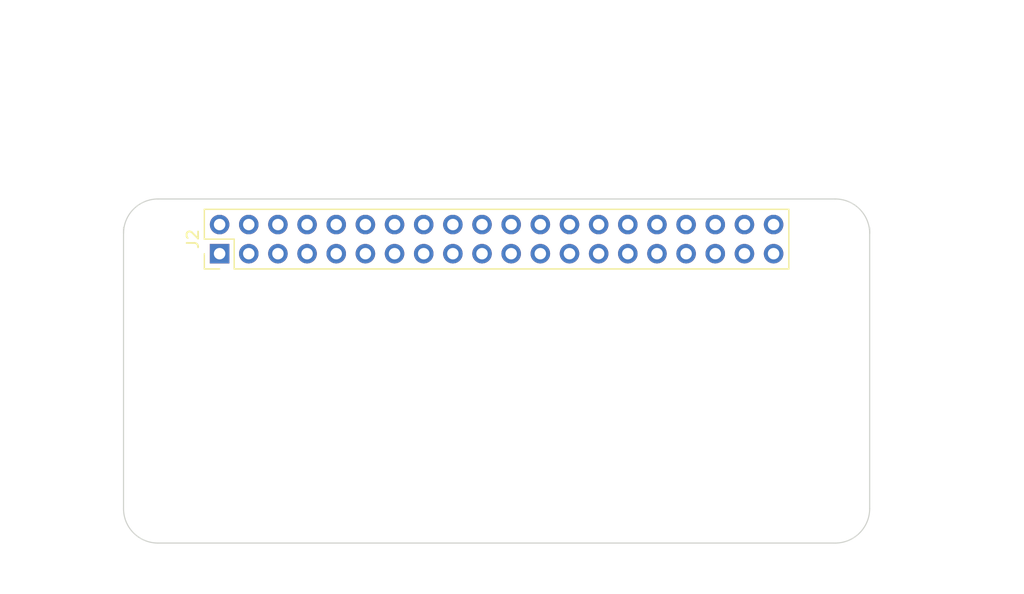
<source format=kicad_pcb>
(kicad_pcb (version 20171130) (host pcbnew "(5.0.0)")

  (general
    (thickness 1.6)
    (drawings 17)
    (tracks 0)
    (zones 0)
    (modules 6)
    (nets 81)
  )

  (page A4)
  (layers
    (0 F.Cu signal)
    (31 B.Cu signal)
    (34 B.Paste user)
    (35 F.Paste user)
    (36 B.SilkS user)
    (37 F.SilkS user)
    (38 B.Mask user)
    (39 F.Mask user)
    (40 Dwgs.User user)
    (41 Cmts.User user)
    (44 Edge.Cuts user)
    (48 B.Fab user)
    (49 F.Fab user)
  )

  (setup
    (last_trace_width 0.25)
    (user_trace_width 0.01)
    (user_trace_width 0.02)
    (user_trace_width 0.05)
    (user_trace_width 0.1)
    (user_trace_width 0.2)
    (trace_clearance 0.2)
    (zone_clearance 0.508)
    (zone_45_only no)
    (trace_min 0.01)
    (segment_width 0.2)
    (edge_width 0.1)
    (via_size 0.6)
    (via_drill 0.4)
    (via_min_size 0.4)
    (via_min_drill 0.3)
    (uvia_size 0.3)
    (uvia_drill 0.1)
    (uvias_allowed no)
    (uvia_min_size 0.2)
    (uvia_min_drill 0.1)
    (pcb_text_width 0.3)
    (pcb_text_size 1.5 1.5)
    (mod_edge_width 0.15)
    (mod_text_size 1 1)
    (mod_text_width 0.15)
    (pad_size 2.75 2.75)
    (pad_drill 2.75)
    (pad_to_mask_clearance 0)
    (aux_axis_origin 0 0)
    (visible_elements 7FFFFFFF)
    (pcbplotparams
      (layerselection 0x01330_80000001)
      (usegerberextensions false)
      (usegerberattributes false)
      (usegerberadvancedattributes false)
      (creategerberjobfile false)
      (excludeedgelayer true)
      (linewidth 0.100000)
      (plotframeref false)
      (viasonmask false)
      (mode 1)
      (useauxorigin false)
      (hpglpennumber 1)
      (hpglpenspeed 20)
      (hpglpendiameter 15.000000)
      (psnegative false)
      (psa4output false)
      (plotreference true)
      (plotvalue true)
      (plotinvisibletext false)
      (padsonsilk false)
      (subtractmaskfromsilk false)
      (outputformat 4)
      (mirror false)
      (drillshape 2)
      (scaleselection 1)
      (outputdirectory "meta/"))
  )

  (net 0 "")
  (net 1 "Net-(J1-Pad34)")
  (net 2 "Net-(J1-Pad36)")
  (net 3 "Net-(J1-Pad40)")
  (net 4 "Net-(J1-Pad38)")
  (net 5 "Net-(J1-Pad18)")
  (net 6 "Net-(J1-Pad20)")
  (net 7 "Net-(J1-Pad24)")
  (net 8 "Net-(J1-Pad22)")
  (net 9 "Net-(J1-Pad30)")
  (net 10 "Net-(J1-Pad32)")
  (net 11 "Net-(J1-Pad28)")
  (net 12 "Net-(J1-Pad26)")
  (net 13 "Net-(J1-Pad10)")
  (net 14 "Net-(J1-Pad12)")
  (net 15 "Net-(J1-Pad16)")
  (net 16 "Net-(J1-Pad14)")
  (net 17 "Net-(J1-Pad6)")
  (net 18 "Net-(J1-Pad8)")
  (net 19 "Net-(J1-Pad4)")
  (net 20 "Net-(J1-Pad2)")
  (net 21 "Net-(J1-Pad39)")
  (net 22 "Net-(J1-Pad37)")
  (net 23 "Net-(J1-Pad33)")
  (net 24 "Net-(J1-Pad35)")
  (net 25 "Net-(J1-Pad27)")
  (net 26 "Net-(J1-Pad25)")
  (net 27 "Net-(J1-Pad29)")
  (net 28 "Net-(J1-Pad31)")
  (net 29 "Net-(J1-Pad23)")
  (net 30 "Net-(J1-Pad21)")
  (net 31 "Net-(J1-Pad17)")
  (net 32 "Net-(J1-Pad19)")
  (net 33 "Net-(J1-Pad3)")
  (net 34 "Net-(J1-Pad1)")
  (net 35 "Net-(J1-Pad5)")
  (net 36 "Net-(J1-Pad7)")
  (net 37 "Net-(J1-Pad15)")
  (net 38 "Net-(J1-Pad13)")
  (net 39 "Net-(J1-Pad9)")
  (net 40 "Net-(J1-Pad11)")
  (net 41 "Net-(J2-Pad1)")
  (net 42 "Net-(J2-Pad2)")
  (net 43 "Net-(J2-Pad3)")
  (net 44 "Net-(J2-Pad4)")
  (net 45 "Net-(J2-Pad5)")
  (net 46 "Net-(J2-Pad6)")
  (net 47 "Net-(J2-Pad7)")
  (net 48 "Net-(J2-Pad8)")
  (net 49 "Net-(J2-Pad9)")
  (net 50 "Net-(J2-Pad10)")
  (net 51 "Net-(J2-Pad11)")
  (net 52 "Net-(J2-Pad12)")
  (net 53 "Net-(J2-Pad13)")
  (net 54 "Net-(J2-Pad14)")
  (net 55 "Net-(J2-Pad15)")
  (net 56 "Net-(J2-Pad16)")
  (net 57 "Net-(J2-Pad17)")
  (net 58 "Net-(J2-Pad18)")
  (net 59 "Net-(J2-Pad19)")
  (net 60 "Net-(J2-Pad20)")
  (net 61 "Net-(J2-Pad21)")
  (net 62 "Net-(J2-Pad22)")
  (net 63 "Net-(J2-Pad23)")
  (net 64 "Net-(J2-Pad24)")
  (net 65 "Net-(J2-Pad25)")
  (net 66 "Net-(J2-Pad26)")
  (net 67 "Net-(J2-Pad27)")
  (net 68 "Net-(J2-Pad28)")
  (net 69 "Net-(J2-Pad29)")
  (net 70 "Net-(J2-Pad30)")
  (net 71 "Net-(J2-Pad31)")
  (net 72 "Net-(J2-Pad32)")
  (net 73 "Net-(J2-Pad33)")
  (net 74 "Net-(J2-Pad34)")
  (net 75 "Net-(J2-Pad35)")
  (net 76 "Net-(J2-Pad36)")
  (net 77 "Net-(J2-Pad37)")
  (net 78 "Net-(J2-Pad38)")
  (net 79 "Net-(J2-Pad39)")
  (net 80 "Net-(J2-Pad40)")

  (net_class Default "This is the default net class."
    (clearance 0.2)
    (trace_width 0.25)
    (via_dia 0.6)
    (via_drill 0.4)
    (uvia_dia 0.3)
    (uvia_drill 0.1)
    (add_net "Net-(J1-Pad1)")
    (add_net "Net-(J1-Pad10)")
    (add_net "Net-(J1-Pad11)")
    (add_net "Net-(J1-Pad12)")
    (add_net "Net-(J1-Pad13)")
    (add_net "Net-(J1-Pad14)")
    (add_net "Net-(J1-Pad15)")
    (add_net "Net-(J1-Pad16)")
    (add_net "Net-(J1-Pad17)")
    (add_net "Net-(J1-Pad18)")
    (add_net "Net-(J1-Pad19)")
    (add_net "Net-(J1-Pad2)")
    (add_net "Net-(J1-Pad20)")
    (add_net "Net-(J1-Pad21)")
    (add_net "Net-(J1-Pad22)")
    (add_net "Net-(J1-Pad23)")
    (add_net "Net-(J1-Pad24)")
    (add_net "Net-(J1-Pad25)")
    (add_net "Net-(J1-Pad26)")
    (add_net "Net-(J1-Pad27)")
    (add_net "Net-(J1-Pad28)")
    (add_net "Net-(J1-Pad29)")
    (add_net "Net-(J1-Pad3)")
    (add_net "Net-(J1-Pad30)")
    (add_net "Net-(J1-Pad31)")
    (add_net "Net-(J1-Pad32)")
    (add_net "Net-(J1-Pad33)")
    (add_net "Net-(J1-Pad34)")
    (add_net "Net-(J1-Pad35)")
    (add_net "Net-(J1-Pad36)")
    (add_net "Net-(J1-Pad37)")
    (add_net "Net-(J1-Pad38)")
    (add_net "Net-(J1-Pad39)")
    (add_net "Net-(J1-Pad4)")
    (add_net "Net-(J1-Pad40)")
    (add_net "Net-(J1-Pad5)")
    (add_net "Net-(J1-Pad6)")
    (add_net "Net-(J1-Pad7)")
    (add_net "Net-(J1-Pad8)")
    (add_net "Net-(J1-Pad9)")
    (add_net "Net-(J2-Pad1)")
    (add_net "Net-(J2-Pad10)")
    (add_net "Net-(J2-Pad11)")
    (add_net "Net-(J2-Pad12)")
    (add_net "Net-(J2-Pad13)")
    (add_net "Net-(J2-Pad14)")
    (add_net "Net-(J2-Pad15)")
    (add_net "Net-(J2-Pad16)")
    (add_net "Net-(J2-Pad17)")
    (add_net "Net-(J2-Pad18)")
    (add_net "Net-(J2-Pad19)")
    (add_net "Net-(J2-Pad2)")
    (add_net "Net-(J2-Pad20)")
    (add_net "Net-(J2-Pad21)")
    (add_net "Net-(J2-Pad22)")
    (add_net "Net-(J2-Pad23)")
    (add_net "Net-(J2-Pad24)")
    (add_net "Net-(J2-Pad25)")
    (add_net "Net-(J2-Pad26)")
    (add_net "Net-(J2-Pad27)")
    (add_net "Net-(J2-Pad28)")
    (add_net "Net-(J2-Pad29)")
    (add_net "Net-(J2-Pad3)")
    (add_net "Net-(J2-Pad30)")
    (add_net "Net-(J2-Pad31)")
    (add_net "Net-(J2-Pad32)")
    (add_net "Net-(J2-Pad33)")
    (add_net "Net-(J2-Pad34)")
    (add_net "Net-(J2-Pad35)")
    (add_net "Net-(J2-Pad36)")
    (add_net "Net-(J2-Pad37)")
    (add_net "Net-(J2-Pad38)")
    (add_net "Net-(J2-Pad39)")
    (add_net "Net-(J2-Pad4)")
    (add_net "Net-(J2-Pad40)")
    (add_net "Net-(J2-Pad5)")
    (add_net "Net-(J2-Pad6)")
    (add_net "Net-(J2-Pad7)")
    (add_net "Net-(J2-Pad8)")
    (add_net "Net-(J2-Pad9)")
  )

  (module Connector_PinHeader_2.54mm:PinHeader_2x20_P2.54mm_Vertical (layer F.Cu) (tedit 59FED5CC) (tstamp 5B55D6D3)
    (at 20.87 29.27 90)
    (descr "Through hole straight pin header, 2x20, 2.54mm pitch, double rows")
    (tags "Through hole pin header THT 2x20 2.54mm double row")
    (path /5515D395/5516AE26)
    (fp_text reference J2 (at 1.27 -2.33 90) (layer F.SilkS)
      (effects (font (size 1 1) (thickness 0.15)))
    )
    (fp_text value RPi_GPIO (at 1.27 50.59 90) (layer F.Fab)
      (effects (font (size 1 1) (thickness 0.15)))
    )
    (fp_text user %R (at 1.27 24.13 180) (layer F.Fab)
      (effects (font (size 1 1) (thickness 0.15)))
    )
    (fp_line (start 4.35 -1.8) (end -1.8 -1.8) (layer F.CrtYd) (width 0.05))
    (fp_line (start 4.35 50.05) (end 4.35 -1.8) (layer F.CrtYd) (width 0.05))
    (fp_line (start -1.8 50.05) (end 4.35 50.05) (layer F.CrtYd) (width 0.05))
    (fp_line (start -1.8 -1.8) (end -1.8 50.05) (layer F.CrtYd) (width 0.05))
    (fp_line (start -1.33 -1.33) (end 0 -1.33) (layer F.SilkS) (width 0.12))
    (fp_line (start -1.33 0) (end -1.33 -1.33) (layer F.SilkS) (width 0.12))
    (fp_line (start 1.27 -1.33) (end 3.87 -1.33) (layer F.SilkS) (width 0.12))
    (fp_line (start 1.27 1.27) (end 1.27 -1.33) (layer F.SilkS) (width 0.12))
    (fp_line (start -1.33 1.27) (end 1.27 1.27) (layer F.SilkS) (width 0.12))
    (fp_line (start 3.87 -1.33) (end 3.87 49.59) (layer F.SilkS) (width 0.12))
    (fp_line (start -1.33 1.27) (end -1.33 49.59) (layer F.SilkS) (width 0.12))
    (fp_line (start -1.33 49.59) (end 3.87 49.59) (layer F.SilkS) (width 0.12))
    (fp_line (start -1.27 0) (end 0 -1.27) (layer F.Fab) (width 0.1))
    (fp_line (start -1.27 49.53) (end -1.27 0) (layer F.Fab) (width 0.1))
    (fp_line (start 3.81 49.53) (end -1.27 49.53) (layer F.Fab) (width 0.1))
    (fp_line (start 3.81 -1.27) (end 3.81 49.53) (layer F.Fab) (width 0.1))
    (fp_line (start 0 -1.27) (end 3.81 -1.27) (layer F.Fab) (width 0.1))
    (pad 40 thru_hole oval (at 2.54 48.26 90) (size 1.7 1.7) (drill 1) (layers *.Cu *.Mask)
      (net 80 "Net-(J2-Pad40)"))
    (pad 39 thru_hole oval (at 0 48.26 90) (size 1.7 1.7) (drill 1) (layers *.Cu *.Mask)
      (net 79 "Net-(J2-Pad39)"))
    (pad 38 thru_hole oval (at 2.54 45.72 90) (size 1.7 1.7) (drill 1) (layers *.Cu *.Mask)
      (net 78 "Net-(J2-Pad38)"))
    (pad 37 thru_hole oval (at 0 45.72 90) (size 1.7 1.7) (drill 1) (layers *.Cu *.Mask)
      (net 77 "Net-(J2-Pad37)"))
    (pad 36 thru_hole oval (at 2.54 43.18 90) (size 1.7 1.7) (drill 1) (layers *.Cu *.Mask)
      (net 76 "Net-(J2-Pad36)"))
    (pad 35 thru_hole oval (at 0 43.18 90) (size 1.7 1.7) (drill 1) (layers *.Cu *.Mask)
      (net 75 "Net-(J2-Pad35)"))
    (pad 34 thru_hole oval (at 2.54 40.64 90) (size 1.7 1.7) (drill 1) (layers *.Cu *.Mask)
      (net 74 "Net-(J2-Pad34)"))
    (pad 33 thru_hole oval (at 0 40.64 90) (size 1.7 1.7) (drill 1) (layers *.Cu *.Mask)
      (net 73 "Net-(J2-Pad33)"))
    (pad 32 thru_hole oval (at 2.54 38.1 90) (size 1.7 1.7) (drill 1) (layers *.Cu *.Mask)
      (net 72 "Net-(J2-Pad32)"))
    (pad 31 thru_hole oval (at 0 38.1 90) (size 1.7 1.7) (drill 1) (layers *.Cu *.Mask)
      (net 71 "Net-(J2-Pad31)"))
    (pad 30 thru_hole oval (at 2.54 35.56 90) (size 1.7 1.7) (drill 1) (layers *.Cu *.Mask)
      (net 70 "Net-(J2-Pad30)"))
    (pad 29 thru_hole oval (at 0 35.56 90) (size 1.7 1.7) (drill 1) (layers *.Cu *.Mask)
      (net 69 "Net-(J2-Pad29)"))
    (pad 28 thru_hole oval (at 2.54 33.02 90) (size 1.7 1.7) (drill 1) (layers *.Cu *.Mask)
      (net 68 "Net-(J2-Pad28)"))
    (pad 27 thru_hole oval (at 0 33.02 90) (size 1.7 1.7) (drill 1) (layers *.Cu *.Mask)
      (net 67 "Net-(J2-Pad27)"))
    (pad 26 thru_hole oval (at 2.54 30.48 90) (size 1.7 1.7) (drill 1) (layers *.Cu *.Mask)
      (net 66 "Net-(J2-Pad26)"))
    (pad 25 thru_hole oval (at 0 30.48 90) (size 1.7 1.7) (drill 1) (layers *.Cu *.Mask)
      (net 65 "Net-(J2-Pad25)"))
    (pad 24 thru_hole oval (at 2.54 27.94 90) (size 1.7 1.7) (drill 1) (layers *.Cu *.Mask)
      (net 64 "Net-(J2-Pad24)"))
    (pad 23 thru_hole oval (at 0 27.94 90) (size 1.7 1.7) (drill 1) (layers *.Cu *.Mask)
      (net 63 "Net-(J2-Pad23)"))
    (pad 22 thru_hole oval (at 2.54 25.4 90) (size 1.7 1.7) (drill 1) (layers *.Cu *.Mask)
      (net 62 "Net-(J2-Pad22)"))
    (pad 21 thru_hole oval (at 0 25.4 90) (size 1.7 1.7) (drill 1) (layers *.Cu *.Mask)
      (net 61 "Net-(J2-Pad21)"))
    (pad 20 thru_hole oval (at 2.54 22.86 90) (size 1.7 1.7) (drill 1) (layers *.Cu *.Mask)
      (net 60 "Net-(J2-Pad20)"))
    (pad 19 thru_hole oval (at 0 22.86 90) (size 1.7 1.7) (drill 1) (layers *.Cu *.Mask)
      (net 59 "Net-(J2-Pad19)"))
    (pad 18 thru_hole oval (at 2.54 20.32 90) (size 1.7 1.7) (drill 1) (layers *.Cu *.Mask)
      (net 58 "Net-(J2-Pad18)"))
    (pad 17 thru_hole oval (at 0 20.32 90) (size 1.7 1.7) (drill 1) (layers *.Cu *.Mask)
      (net 57 "Net-(J2-Pad17)"))
    (pad 16 thru_hole oval (at 2.54 17.78 90) (size 1.7 1.7) (drill 1) (layers *.Cu *.Mask)
      (net 56 "Net-(J2-Pad16)"))
    (pad 15 thru_hole oval (at 0 17.78 90) (size 1.7 1.7) (drill 1) (layers *.Cu *.Mask)
      (net 55 "Net-(J2-Pad15)"))
    (pad 14 thru_hole oval (at 2.54 15.24 90) (size 1.7 1.7) (drill 1) (layers *.Cu *.Mask)
      (net 54 "Net-(J2-Pad14)"))
    (pad 13 thru_hole oval (at 0 15.24 90) (size 1.7 1.7) (drill 1) (layers *.Cu *.Mask)
      (net 53 "Net-(J2-Pad13)"))
    (pad 12 thru_hole oval (at 2.54 12.7 90) (size 1.7 1.7) (drill 1) (layers *.Cu *.Mask)
      (net 52 "Net-(J2-Pad12)"))
    (pad 11 thru_hole oval (at 0 12.7 90) (size 1.7 1.7) (drill 1) (layers *.Cu *.Mask)
      (net 51 "Net-(J2-Pad11)"))
    (pad 10 thru_hole oval (at 2.54 10.16 90) (size 1.7 1.7) (drill 1) (layers *.Cu *.Mask)
      (net 50 "Net-(J2-Pad10)"))
    (pad 9 thru_hole oval (at 0 10.16 90) (size 1.7 1.7) (drill 1) (layers *.Cu *.Mask)
      (net 49 "Net-(J2-Pad9)"))
    (pad 8 thru_hole oval (at 2.54 7.62 90) (size 1.7 1.7) (drill 1) (layers *.Cu *.Mask)
      (net 48 "Net-(J2-Pad8)"))
    (pad 7 thru_hole oval (at 0 7.62 90) (size 1.7 1.7) (drill 1) (layers *.Cu *.Mask)
      (net 47 "Net-(J2-Pad7)"))
    (pad 6 thru_hole oval (at 2.54 5.08 90) (size 1.7 1.7) (drill 1) (layers *.Cu *.Mask)
      (net 46 "Net-(J2-Pad6)"))
    (pad 5 thru_hole oval (at 0 5.08 90) (size 1.7 1.7) (drill 1) (layers *.Cu *.Mask)
      (net 45 "Net-(J2-Pad5)"))
    (pad 4 thru_hole oval (at 2.54 2.54 90) (size 1.7 1.7) (drill 1) (layers *.Cu *.Mask)
      (net 44 "Net-(J2-Pad4)"))
    (pad 3 thru_hole oval (at 0 2.54 90) (size 1.7 1.7) (drill 1) (layers *.Cu *.Mask)
      (net 43 "Net-(J2-Pad3)"))
    (pad 2 thru_hole oval (at 2.54 0 90) (size 1.7 1.7) (drill 1) (layers *.Cu *.Mask)
      (net 42 "Net-(J2-Pad2)"))
    (pad 1 thru_hole rect (at 0 0 90) (size 1.7 1.7) (drill 1) (layers *.Cu *.Mask)
      (net 41 "Net-(J2-Pad1)"))
    (model ${KISYS3DMOD}/Connector_PinHeader_2.54mm.3dshapes/PinHeader_2x20_P2.54mm_Vertical.wrl
      (at (xyz 0 0 0))
      (scale (xyz 1 1 1))
      (rotate (xyz 0 0 0))
    )
  )

  (module RPi_Hat:RPi_Hat_Mounting_Hole locked (layer F.Cu) (tedit 55217CCB) (tstamp 58B743A7)
    (at 16 51)
    (descr "Mounting hole, Befestigungsbohrung, 2,7mm, No Annular, Kein Restring,")
    (tags "Mounting hole, Befestigungsbohrung, 2,7mm, No Annular, Kein Restring,")
    (fp_text reference "" (at 0 -4.0005) (layer F.SilkS) hide
      (effects (font (size 1 1) (thickness 0.15)))
    )
    (fp_text value "" (at 0.09906 3.59918) (layer F.Fab) hide
      (effects (font (size 1 1) (thickness 0.15)))
    )
    (fp_circle (center 0 0) (end 1.375 0) (layer F.Fab) (width 0.15))
    (fp_circle (center 0 0) (end 3.1 0) (layer F.Fab) (width 0.15))
    (fp_circle (center 0 0) (end 3.1 0) (layer B.Fab) (width 0.15))
    (fp_circle (center 0 0) (end 1.375 0) (layer B.Fab) (width 0.15))
    (fp_circle (center 0 0) (end 3.1 0) (layer F.CrtYd) (width 0.15))
    (fp_circle (center 0 0) (end 3.1 0) (layer B.CrtYd) (width 0.15))
    (pad "" np_thru_hole circle (at 0 0) (size 2.75 2.75) (drill 2.75) (layers *.Cu *.Mask)
      (solder_mask_margin 1.725) (clearance 1.725))
  )

  (module RPi_Hat:RPi_Hat_Mounting_Hole locked (layer F.Cu) (tedit 55217C7B) (tstamp 5515DEA9)
    (at 74 28)
    (descr "Mounting hole, Befestigungsbohrung, 2,7mm, No Annular, Kein Restring,")
    (tags "Mounting hole, Befestigungsbohrung, 2,7mm, No Annular, Kein Restring,")
    (fp_text reference "" (at 0 -4.0005) (layer F.SilkS) hide
      (effects (font (size 1 1) (thickness 0.15)))
    )
    (fp_text value "" (at 0.09906 3.59918) (layer F.Fab) hide
      (effects (font (size 1 1) (thickness 0.15)))
    )
    (fp_circle (center 0 0) (end 1.375 0) (layer F.Fab) (width 0.15))
    (fp_circle (center 0 0) (end 3.1 0) (layer F.Fab) (width 0.15))
    (fp_circle (center 0 0) (end 3.1 0) (layer B.Fab) (width 0.15))
    (fp_circle (center 0 0) (end 1.375 0) (layer B.Fab) (width 0.15))
    (fp_circle (center 0 0) (end 3.1 0) (layer F.CrtYd) (width 0.15))
    (fp_circle (center 0 0) (end 3.1 0) (layer B.CrtYd) (width 0.15))
    (pad "" np_thru_hole circle (at 0 0) (size 2.75 2.75) (drill 2.75) (layers *.Cu *.Mask)
      (solder_mask_margin 1.725) (clearance 1.725))
  )

  (module RPi_Hat:RPi_Hat_Mounting_Hole locked (layer F.Cu) (tedit 55217CCB) (tstamp 55169DC9)
    (at 74 51)
    (descr "Mounting hole, Befestigungsbohrung, 2,7mm, No Annular, Kein Restring,")
    (tags "Mounting hole, Befestigungsbohrung, 2,7mm, No Annular, Kein Restring,")
    (fp_text reference "" (at 0 -4.0005) (layer F.SilkS) hide
      (effects (font (size 1 1) (thickness 0.15)))
    )
    (fp_text value "" (at 0.09906 3.59918) (layer F.Fab) hide
      (effects (font (size 1 1) (thickness 0.15)))
    )
    (fp_circle (center 0 0) (end 1.375 0) (layer F.Fab) (width 0.15))
    (fp_circle (center 0 0) (end 3.1 0) (layer F.Fab) (width 0.15))
    (fp_circle (center 0 0) (end 3.1 0) (layer B.Fab) (width 0.15))
    (fp_circle (center 0 0) (end 1.375 0) (layer B.Fab) (width 0.15))
    (fp_circle (center 0 0) (end 3.1 0) (layer F.CrtYd) (width 0.15))
    (fp_circle (center 0 0) (end 3.1 0) (layer B.CrtYd) (width 0.15))
    (pad "" np_thru_hole circle (at 0 0) (size 2.75 2.75) (drill 2.75) (layers *.Cu *.Mask)
      (solder_mask_margin 1.725) (clearance 1.725))
  )

  (module RPi_Hat:RPi_Hat_Mounting_Hole locked (layer F.Cu) (tedit 55217CA2) (tstamp 5515DEBF)
    (at 16 28)
    (descr "Mounting hole, Befestigungsbohrung, 2,7mm, No Annular, Kein Restring,")
    (tags "Mounting hole, Befestigungsbohrung, 2,7mm, No Annular, Kein Restring,")
    (fp_text reference "" (at 0 -4.0005) (layer F.SilkS) hide
      (effects (font (size 1 1) (thickness 0.15)))
    )
    (fp_text value "" (at 0.09906 3.59918) (layer F.Fab) hide
      (effects (font (size 1 1) (thickness 0.15)))
    )
    (fp_circle (center 0 0) (end 1.375 0) (layer F.Fab) (width 0.15))
    (fp_circle (center 0 0) (end 3.1 0) (layer F.Fab) (width 0.15))
    (fp_circle (center 0 0) (end 3.1 0) (layer B.Fab) (width 0.15))
    (fp_circle (center 0 0) (end 1.375 0) (layer B.Fab) (width 0.15))
    (fp_circle (center 0 0) (end 3.1 0) (layer F.CrtYd) (width 0.15))
    (fp_circle (center 0 0) (end 3.1 0) (layer B.CrtYd) (width 0.15))
    (pad "" np_thru_hole circle (at 0 0) (size 2.75 2.75) (drill 2.75) (layers *.Cu *.Mask)
      (solder_mask_margin 1.725) (clearance 1.725))
  )

  (gr_line (start 12.5 27) (end 12.5 51.5) (layer Edge.Cuts) (width 0.1))
  (gr_arc (start 15.5 27.5) (end 12.5 27.5) (angle 90) (layer Edge.Cuts) (width 0.1) (tstamp 5B55F169))
  (gr_line (start 15.5 24.5) (end 74.5 24.5) (angle 90) (layer Edge.Cuts) (width 0.1) (tstamp 5B55F01C))
  (gr_arc (start 74.5 27.5) (end 74.5 24.5) (angle 90) (layer Edge.Cuts) (width 0.1) (tstamp 5B55EED3))
  (dimension 30.5 (width 0.15) (layer Dwgs.User)
    (gr_text "30.5 mm (SMT socket)" (at 88.05 39.25 270) (layer Dwgs.User)
      (effects (font (size 1.5 1.5) (thickness 0.15)))
    )
    (feature1 (pts (xy 78.5 54.5) (xy 89.1 54.5)))
    (feature2 (pts (xy 78.5 24) (xy 89.1 24)))
    (crossbar (pts (xy 87 24) (xy 87 54.5)))
    (arrow1a (pts (xy 87 54.5) (xy 86.413579 53.373496)))
    (arrow1b (pts (xy 87 54.5) (xy 87.586421 53.373496)))
    (arrow2a (pts (xy 87 24) (xy 86.413579 25.126504)))
    (arrow2b (pts (xy 87 24) (xy 87.586421 25.126504)))
  )
  (dimension 30 (width 0.15) (layer Dwgs.User)
    (gr_text "30 mm (Thru-hole)" (at 83.05 39.5 270) (layer Dwgs.User)
      (effects (font (size 1.5 1.5) (thickness 0.15)))
    )
    (feature1 (pts (xy 78.5 54.5) (xy 84.1 54.5)))
    (feature2 (pts (xy 78.5 24.5) (xy 84.1 24.5)))
    (crossbar (pts (xy 82 24.5) (xy 82 54.5)))
    (arrow1a (pts (xy 82 54.5) (xy 81.413579 53.373496)))
    (arrow1b (pts (xy 82 54.5) (xy 82.586421 53.373496)))
    (arrow2a (pts (xy 82 24.5) (xy 81.413579 25.626504)))
    (arrow2b (pts (xy 82 24.5) (xy 82.586421 25.626504)))
  )
  (dimension 23 (width 0.15) (layer Dwgs.User)
    (gr_text "23.000 mm" (at 7.95 39.5 90) (layer Dwgs.User)
      (effects (font (size 1.5 1.5) (thickness 0.15)))
    )
    (feature1 (pts (xy 11.5 28) (xy 6.9 28)))
    (feature2 (pts (xy 11.5 51) (xy 6.9 51)))
    (crossbar (pts (xy 9 51) (xy 9 28)))
    (arrow1a (pts (xy 9 28) (xy 9.586421 29.126504)))
    (arrow1b (pts (xy 9 28) (xy 8.413579 29.126504)))
    (arrow2a (pts (xy 9 51) (xy 9.586421 49.873496)))
    (arrow2b (pts (xy 9 51) (xy 8.413579 49.873496)))
  )
  (gr_text "Select one of these board edges depending \nupon the type of socket that is used." (at 20.5 9.5) (layer Cmts.User)
    (effects (font (size 1.5 1.5) (thickness 0.15)) (justify left))
  )
  (dimension 3.5 (width 0.15) (layer Dwgs.User)
    (gr_text "3.5 mm" (at 21 58.5) (layer Dwgs.User)
      (effects (font (size 1.5 1.5) (thickness 0.15)))
    )
    (feature1 (pts (xy 16.068883 55.2811) (xy 16.068883 60.3811)))
    (feature2 (pts (xy 12.568883 55.2811) (xy 12.568883 60.3811)))
    (crossbar (pts (xy 12.568883 58.2811) (xy 16.068883 58.2811)))
    (arrow1a (pts (xy 16.068883 58.2811) (xy 14.942379 58.867521)))
    (arrow1b (pts (xy 16.068883 58.2811) (xy 14.942379 57.694679)))
    (arrow2a (pts (xy 12.568883 58.2811) (xy 13.695387 58.867521)))
    (arrow2b (pts (xy 12.568883 58.2811) (xy 13.695387 57.694679)))
  )
  (dimension 3.5 (width 0.15) (layer Dwgs.User) (tstamp 55169E80)
    (gr_text "3.5 mm" (at 22.5 46 270) (layer Dwgs.User) (tstamp 55169E80)
      (effects (font (size 1.5 1.5) (thickness 0.15)))
    )
    (feature1 (pts (xy 20 54.5) (xy 24.6 54.5)))
    (feature2 (pts (xy 20 51) (xy 24.6 51)))
    (crossbar (pts (xy 22.5 51) (xy 22.5 54.5)))
    (arrow1a (pts (xy 22.5 54.5) (xy 21.913579 53.373496)))
    (arrow1b (pts (xy 22.5 54.5) (xy 23.086421 53.373496)))
    (arrow2a (pts (xy 22.5 51) (xy 21.913579 52.126504)))
    (arrow2b (pts (xy 22.5 51) (xy 23.086421 52.126504)))
  )
  (dimension 29 (width 0.15) (layer Dwgs.User)
    (gr_text "29 mm" (at 30.5 35.849999) (layer Dwgs.User)
      (effects (font (size 1.5 1.5) (thickness 0.15)))
    )
    (feature1 (pts (xy 45 32) (xy 45 37.199999)))
    (feature2 (pts (xy 16 32) (xy 16 37.199999)))
    (crossbar (pts (xy 16 34.499999) (xy 45 34.499999)))
    (arrow1a (pts (xy 45 34.499999) (xy 43.873496 35.08642)))
    (arrow1b (pts (xy 45 34.499999) (xy 43.873496 33.913578)))
    (arrow2a (pts (xy 16 34.499999) (xy 17.126504 35.08642)))
    (arrow2b (pts (xy 16 34.499999) (xy 17.126504 33.913578)))
  )
  (dimension 58 (width 0.15) (layer Dwgs.User)
    (gr_text "58 mm" (at 45 19.15) (layer Dwgs.User)
      (effects (font (size 1.5 1.5) (thickness 0.15)))
    )
    (feature1 (pts (xy 74 23) (xy 74 17.8)))
    (feature2 (pts (xy 16 23) (xy 16 17.8)))
    (crossbar (pts (xy 16 20.5) (xy 74 20.5)))
    (arrow1a (pts (xy 74 20.5) (xy 72.873496 21.086421)))
    (arrow1b (pts (xy 74 20.5) (xy 72.873496 19.913579)))
    (arrow2a (pts (xy 16 20.5) (xy 17.126504 21.086421)))
    (arrow2b (pts (xy 16 20.5) (xy 17.126504 19.913579)))
  )
  (dimension 65 (width 0.15) (layer Dwgs.User)
    (gr_text "65 mm" (at 45 14.65) (layer Dwgs.User)
      (effects (font (size 1.5 1.5) (thickness 0.15)))
    )
    (feature1 (pts (xy 77.5 23) (xy 77.5 13.3)))
    (feature2 (pts (xy 12.5 23) (xy 12.5 13.3)))
    (crossbar (pts (xy 12.5 16) (xy 77.5 16)))
    (arrow1a (pts (xy 77.5 16) (xy 76.373496 16.586421)))
    (arrow1b (pts (xy 77.5 16) (xy 76.373496 15.413579)))
    (arrow2a (pts (xy 12.5 16) (xy 13.626504 16.586421)))
    (arrow2b (pts (xy 12.5 16) (xy 13.626504 15.413579)))
  )
  (gr_arc (start 74.5 51.5) (end 77.5 51.5) (angle 90) (layer Edge.Cuts) (width 0.1) (tstamp 55157FFB))
  (gr_arc (start 15.5 51.5) (end 15.5 54.5) (angle 90) (layer Edge.Cuts) (width 0.1) (tstamp 55157FCE))
  (gr_line (start 15.5 54.5) (end 74.5 54.5) (angle 90) (layer Edge.Cuts) (width 0.1))
  (gr_line (start 77.5 27) (end 77.5 51.5) (angle 90) (layer Edge.Cuts) (width 0.1))

)

</source>
